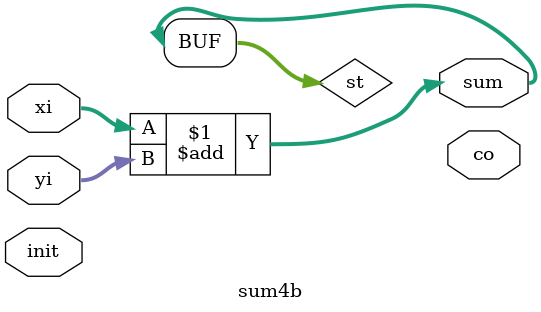
<source format=v>
`timescale 1ns / 1ps

module sum4b(init, xi, yi,co, sum);

  input init;
  input [3 :0] xi;
  input [3 :0] yi;
  output co;
  output [7 :0] sum;
  
  
  wire [7:0] st;
  assign sum= st[7:0];

  assign st  = 	xi+yi;

endmodule

</source>
